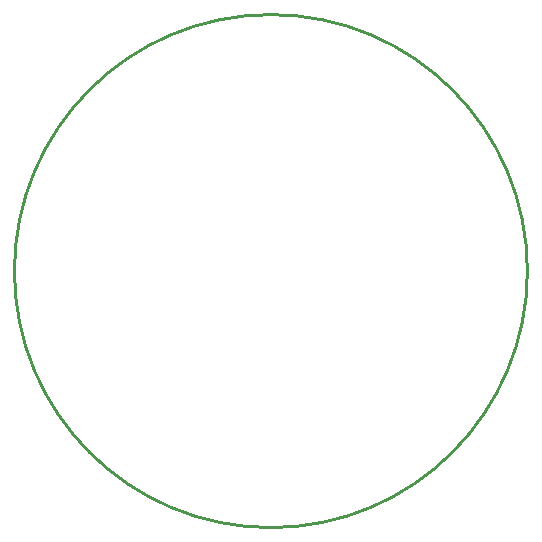
<source format=gm1>
G04*
G04 #@! TF.GenerationSoftware,Altium Limited,Altium Designer,25.0.2 (28)*
G04*
G04 Layer_Color=16711935*
%FSLAX44Y44*%
%MOMM*%
G71*
G04*
G04 #@! TF.SameCoordinates,16F35CEF-FA67-4110-AEDA-BA59390F761F*
G04*
G04*
G04 #@! TF.FilePolarity,Positive*
G04*
G01*
G75*
%ADD13C,0.2540*%
D13*
X1545594Y788670D02*
G03*
X1545594Y788670I-217174J0D01*
G01*
M02*

</source>
